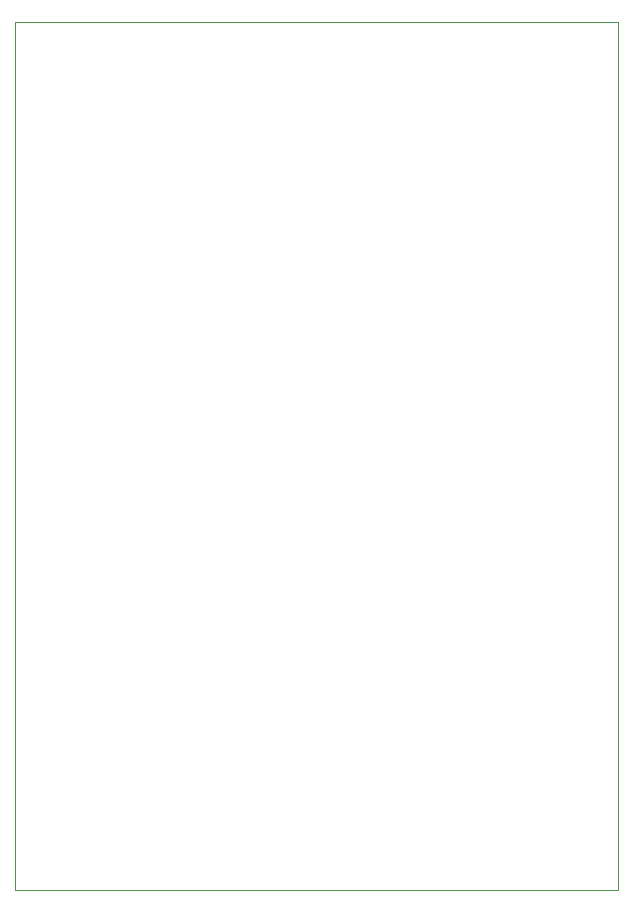
<source format=gbr>
%TF.GenerationSoftware,KiCad,Pcbnew,8.0.5*%
%TF.CreationDate,2024-10-10T19:03:07-04:00*%
%TF.ProjectId,receiver,72656365-6976-4657-922e-6b696361645f,rev?*%
%TF.SameCoordinates,Original*%
%TF.FileFunction,Profile,NP*%
%FSLAX46Y46*%
G04 Gerber Fmt 4.6, Leading zero omitted, Abs format (unit mm)*
G04 Created by KiCad (PCBNEW 8.0.5) date 2024-10-10 19:03:07*
%MOMM*%
%LPD*%
G01*
G04 APERTURE LIST*
%TA.AperFunction,Profile*%
%ADD10C,0.050000*%
%TD*%
G04 APERTURE END LIST*
D10*
X110000000Y-64500000D02*
X161000000Y-64500000D01*
X161000000Y-138000000D01*
X110000000Y-138000000D01*
X110000000Y-64500000D01*
M02*

</source>
